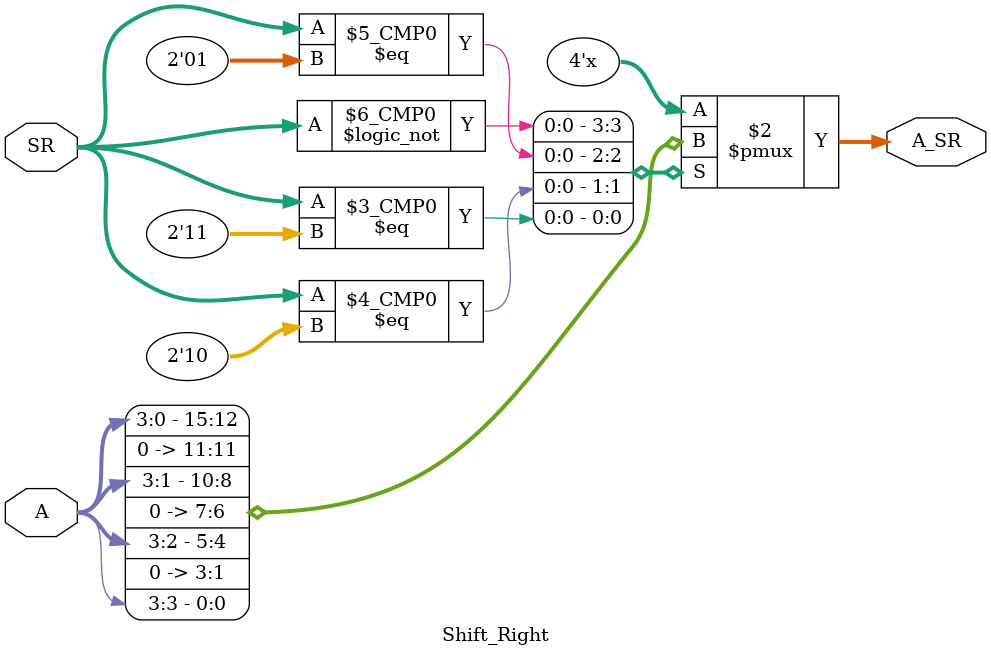
<source format=sv>
`timescale 100ns / 1ps

module Shift_Right( input logic [3:0] A,
                    input logic [1:0] SR, 
                    output logic [3:0] A_SR);
always_comb begin
    case (SR)
        2'b00: A_SR = A;                      // 0000 -> sin corrimiento
        2'b01: A_SR = {1'b0, A[3:1]};         // corrimiento de 1
        2'b10: A_SR = {2'b00, A[3:2]};        // corrimiento de 2
        2'b11: A_SR = {3'b000, A[3]};         // corrimiento de 3
    endcase
end

endmodule

</source>
